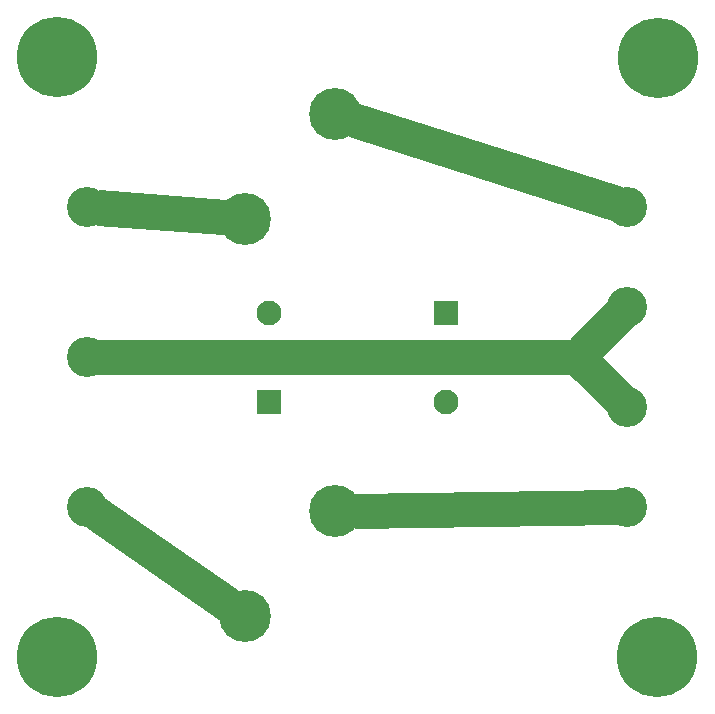
<source format=gbr>
G04 #@! TF.GenerationSoftware,KiCad,Pcbnew,(5.0.0)*
G04 #@! TF.CreationDate,2018-08-28T13:44:09+03:00*
G04 #@! TF.ProjectId,LCF05,4C434630352E6B696361645F70636200,rev?*
G04 #@! TF.SameCoordinates,Original*
G04 #@! TF.FileFunction,Soldermask,Bot*
G04 #@! TF.FilePolarity,Negative*
%FSLAX46Y46*%
G04 Gerber Fmt 4.6, Leading zero omitted, Abs format (unit mm)*
G04 Created by KiCad (PCBNEW (5.0.0)) date 08/28/18 13:44:09*
%MOMM*%
%LPD*%
G01*
G04 APERTURE LIST*
%ADD10C,6.800000*%
%ADD11C,3.400000*%
%ADD12C,4.400000*%
%ADD13R,2.100000X2.100000*%
%ADD14C,2.100000*%
%ADD15C,0.254000*%
G04 APERTURE END LIST*
D10*
G04 #@! TO.C,REF\002A\002A*
X172720000Y-91440000D03*
G04 #@! TD*
G04 #@! TO.C,REF\002A\002A*
X121920000Y-91440000D03*
G04 #@! TD*
G04 #@! TO.C,REF\002A\002A*
X121920000Y-40640000D03*
G04 #@! TD*
D11*
G04 #@! TO.C,P7*
X170180000Y-78740000D03*
G04 #@! TD*
G04 #@! TO.C,P4*
X170180000Y-53340000D03*
G04 #@! TD*
G04 #@! TO.C,P5*
X170180000Y-61806666D03*
G04 #@! TD*
G04 #@! TO.C,P6*
X170180000Y-70273332D03*
G04 #@! TD*
D12*
G04 #@! TO.C,L2*
X137795000Y-88011000D03*
X145415000Y-79121000D03*
G04 #@! TD*
G04 #@! TO.C,L1*
X137795000Y-54356000D03*
X145415000Y-45466000D03*
G04 #@! TD*
D13*
G04 #@! TO.C,C1*
X154876500Y-62293500D03*
D14*
X139876500Y-62293500D03*
G04 #@! TD*
D13*
G04 #@! TO.C,C2*
X139827000Y-69850000D03*
D14*
X154827000Y-69850000D03*
G04 #@! TD*
D11*
G04 #@! TO.C,P1*
X124460000Y-53340000D03*
G04 #@! TD*
G04 #@! TO.C,P2*
X124460000Y-66040000D03*
G04 #@! TD*
G04 #@! TO.C,P3*
X124460000Y-78740000D03*
G04 #@! TD*
D10*
G04 #@! TO.C,REF\002A\002A*
X172783500Y-40703500D03*
G04 #@! TD*
D15*
G36*
X136172235Y-52859992D02*
X135951404Y-55591317D01*
X125257265Y-54772508D01*
X125478096Y-52041183D01*
X136172235Y-52859992D01*
X136172235Y-52859992D01*
G37*
X136172235Y-52859992D02*
X135951404Y-55591317D01*
X125257265Y-54772508D01*
X125478096Y-52041183D01*
X136172235Y-52859992D01*
G36*
X169716090Y-51746328D02*
X168890545Y-54374119D01*
X146629473Y-47288767D01*
X147477896Y-44685388D01*
X169716090Y-51746328D01*
X169716090Y-51746328D01*
G37*
X169716090Y-51746328D02*
X168890545Y-54374119D01*
X146629473Y-47288767D01*
X147477896Y-44685388D01*
X169716090Y-51746328D01*
G36*
X137161583Y-85896892D02*
X135603655Y-88164027D01*
X124433613Y-80397357D01*
X126003048Y-78142021D01*
X137161583Y-85896892D01*
X137161583Y-85896892D01*
G37*
X137161583Y-85896892D02*
X135603655Y-88164027D01*
X124433613Y-80397357D01*
X126003048Y-78142021D01*
X137161583Y-85896892D01*
G36*
X169275622Y-80126271D02*
X147140042Y-80465273D01*
X147093530Y-77709408D01*
X169217501Y-77382948D01*
X169275622Y-80126271D01*
X169275622Y-80126271D01*
G37*
X169275622Y-80126271D02*
X147140042Y-80465273D01*
X147093530Y-77709408D01*
X169217501Y-77382948D01*
X169275622Y-80126271D01*
G36*
X171027108Y-62892757D02*
X167981816Y-65950379D01*
X167954369Y-65991636D01*
X167944800Y-66040257D01*
X167954566Y-66088838D01*
X167981808Y-66129613D01*
X170893008Y-69053148D01*
X169032967Y-71064317D01*
X165392541Y-67461038D01*
X165351198Y-67433720D01*
X165303200Y-67424300D01*
X124725632Y-67424300D01*
X124702376Y-64668400D01*
X165341300Y-64668400D01*
X165389901Y-64658733D01*
X165431410Y-64630894D01*
X169039433Y-60998073D01*
X171027108Y-62892757D01*
X171027108Y-62892757D01*
G37*
X171027108Y-62892757D02*
X167981816Y-65950379D01*
X167954369Y-65991636D01*
X167944800Y-66040257D01*
X167954566Y-66088838D01*
X167981808Y-66129613D01*
X170893008Y-69053148D01*
X169032967Y-71064317D01*
X165392541Y-67461038D01*
X165351198Y-67433720D01*
X165303200Y-67424300D01*
X124725632Y-67424300D01*
X124702376Y-64668400D01*
X165341300Y-64668400D01*
X165389901Y-64658733D01*
X165431410Y-64630894D01*
X169039433Y-60998073D01*
X171027108Y-62892757D01*
M02*

</source>
